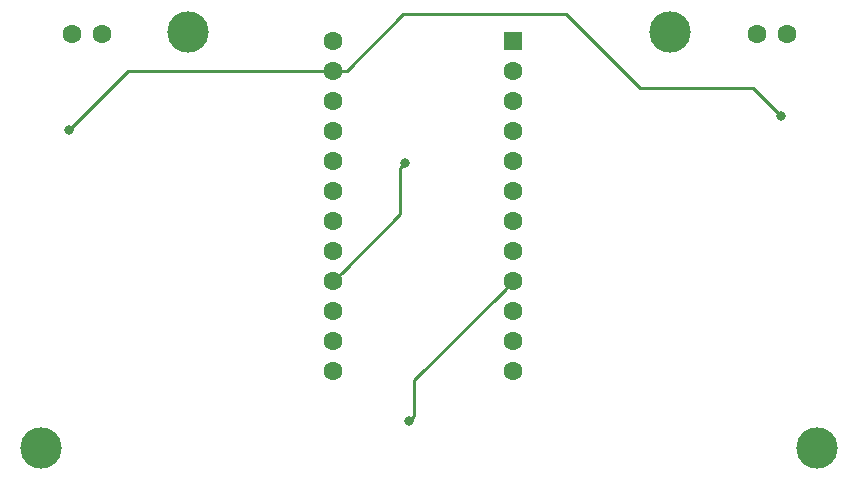
<source format=gbr>
G04 #@! TF.GenerationSoftware,KiCad,Pcbnew,5.0.2+dfsg1-1~bpo9+1*
G04 #@! TF.CreationDate,2018-12-22T15:32:15+00:00*
G04 #@! TF.ProjectId,arduino_controller,61726475-696e-46f5-9f63-6f6e74726f6c,rev?*
G04 #@! TF.SameCoordinates,Original*
G04 #@! TF.FileFunction,Copper,L2,Bot*
G04 #@! TF.FilePolarity,Positive*
%FSLAX46Y46*%
G04 Gerber Fmt 4.6, Leading zero omitted, Abs format (unit mm)*
G04 Created by KiCad (PCBNEW 5.0.2+dfsg1-1~bpo9+1) date Sat 22 Dec 2018 15:32:15 GMT*
%MOMM*%
%LPD*%
G01*
G04 APERTURE LIST*
G04 #@! TA.AperFunction,ComponentPad*
%ADD10R,1.600000X1.600000*%
G04 #@! TD*
G04 #@! TA.AperFunction,ComponentPad*
%ADD11C,1.600000*%
G04 #@! TD*
G04 #@! TA.AperFunction,ComponentPad*
%ADD12C,3.500000*%
G04 #@! TD*
G04 #@! TA.AperFunction,ViaPad*
%ADD13C,0.800000*%
G04 #@! TD*
G04 #@! TA.AperFunction,Conductor*
%ADD14C,0.250000*%
G04 #@! TD*
G04 APERTURE END LIST*
D10*
G04 #@! TO.P,U1,1*
G04 #@! TO.N,Net-(U1-Pad1)*
X57505500Y-152509500D03*
D11*
G04 #@! TO.P,U1,2*
G04 #@! TO.N,Net-(U1-Pad2)*
X57505500Y-155049500D03*
G04 #@! TO.P,U1,3*
G04 #@! TO.N,Net-(U1-Pad3)*
X57505500Y-157589500D03*
G04 #@! TO.P,U1,4*
G04 #@! TO.N,Net-(U1-Pad4)*
X57505500Y-160129500D03*
G04 #@! TO.P,U1,5*
G04 #@! TO.N,Net-(SW2-Pad1)*
X57505500Y-162669500D03*
G04 #@! TO.P,U1,6*
G04 #@! TO.N,Net-(SW9-Pad1)*
X57505500Y-165209500D03*
G04 #@! TO.P,U1,7*
G04 #@! TO.N,Net-(SW3-Pad1)*
X57505500Y-167749500D03*
G04 #@! TO.P,U1,8*
G04 #@! TO.N,Net-(SW1-Pad1)*
X57505500Y-170289500D03*
G04 #@! TO.P,U1,9*
G04 #@! TO.N,Net-(SW4-Pad1)*
X57505500Y-172829500D03*
G04 #@! TO.P,U1,10*
G04 #@! TO.N,Net-(SW5-Pad1)*
X57505500Y-175369500D03*
G04 #@! TO.P,U1,11*
G04 #@! TO.N,Net-(SW6-Pad1)*
X57505500Y-177909500D03*
G04 #@! TO.P,U1,12*
G04 #@! TO.N,Net-(SW7-Pad1)*
X57505500Y-180449500D03*
G04 #@! TO.P,U1,13*
G04 #@! TO.N,Net-(SW10-Pad1)*
X42265500Y-180449500D03*
G04 #@! TO.P,U1,14*
G04 #@! TO.N,Net-(SW8-Pad1)*
X42265500Y-177909500D03*
G04 #@! TO.P,U1,15*
G04 #@! TO.N,Net-(SW11-Pad1)*
X42265500Y-175369500D03*
G04 #@! TO.P,U1,16*
G04 #@! TO.N,Net-(SW12-Pad1)*
X42265500Y-172829500D03*
G04 #@! TO.P,U1,17*
G04 #@! TO.N,Net-(U1-Pad17)*
X42265500Y-170289500D03*
G04 #@! TO.P,U1,18*
G04 #@! TO.N,Net-(U1-Pad18)*
X42265500Y-167749500D03*
G04 #@! TO.P,U1,19*
G04 #@! TO.N,Net-(U1-Pad19)*
X42265500Y-165209500D03*
G04 #@! TO.P,U1,20*
G04 #@! TO.N,Net-(U1-Pad20)*
X42265500Y-162669500D03*
G04 #@! TO.P,U1,21*
G04 #@! TO.N,Net-(U1-Pad21)*
X42265500Y-160129500D03*
G04 #@! TO.P,U1,22*
G04 #@! TO.N,Net-(U1-Pad22)*
X42265500Y-157589500D03*
G04 #@! TO.P,U1,23*
G04 #@! TO.N,Net-(SW1-Pad2)*
X42265500Y-155049500D03*
G04 #@! TO.P,U1,24*
G04 #@! TO.N,Net-(U1-Pad24)*
X42265500Y-152509500D03*
G04 #@! TD*
D12*
G04 #@! TO.P,U2,1*
G04 #@! TO.N,Net-(U2-Pad1)*
X29972000Y-151701500D03*
G04 #@! TD*
G04 #@! TO.P,U3,1*
G04 #@! TO.N,Net-(U3-Pad1)*
X17526000Y-186944000D03*
G04 #@! TD*
G04 #@! TO.P,U4,1*
G04 #@! TO.N,Net-(U4-Pad1)*
X70802500Y-151701500D03*
G04 #@! TD*
G04 #@! TO.P,U5,1*
G04 #@! TO.N,Net-(U5-Pad1)*
X83248500Y-186944000D03*
G04 #@! TD*
D11*
G04 #@! TO.P,SW11,2*
G04 #@! TO.N,Net-(SW1-Pad2)*
X22669500Y-151892000D03*
G04 #@! TO.P,SW11,1*
G04 #@! TO.N,Net-(SW11-Pad1)*
X20129500Y-151892000D03*
G04 #@! TD*
G04 #@! TO.P,SW12,1*
G04 #@! TO.N,Net-(SW12-Pad1)*
X78105000Y-151892000D03*
G04 #@! TO.P,SW12,2*
G04 #@! TO.N,Net-(SW1-Pad2)*
X80645000Y-151892000D03*
G04 #@! TD*
D13*
G04 #@! TO.N,Net-(SW1-Pad2)*
X19875500Y-160020000D03*
X80137000Y-158813500D03*
G04 #@! TO.N,Net-(SW4-Pad1)*
X48704500Y-184658000D03*
G04 #@! TO.N,Net-(SW12-Pad1)*
X48323500Y-162814000D03*
G04 #@! TD*
D14*
G04 #@! TO.N,Net-(SW1-Pad2)*
X24846000Y-155049500D02*
X19875500Y-160020000D01*
X42265500Y-155049500D02*
X24846000Y-155049500D01*
X43396870Y-155049500D02*
X48205370Y-150241000D01*
X42265500Y-155049500D02*
X43396870Y-155049500D01*
X48205370Y-150241000D02*
X61976000Y-150241000D01*
X61976000Y-150241000D02*
X68199000Y-156464000D01*
X68199000Y-156464000D02*
X77787500Y-156464000D01*
X77787500Y-156464000D02*
X80137000Y-158813500D01*
G04 #@! TO.N,Net-(SW4-Pad1)*
X56705501Y-173629499D02*
X57505500Y-172829500D01*
X49104499Y-181230501D02*
X56705501Y-173629499D01*
X49104499Y-184258001D02*
X49104499Y-181230501D01*
X48704500Y-184658000D02*
X49104499Y-184258001D01*
G04 #@! TO.N,Net-(SW12-Pad1)*
X47923501Y-167171499D02*
X43065499Y-172029501D01*
X43065499Y-172029501D02*
X42265500Y-172829500D01*
X47923501Y-163213999D02*
X47923501Y-167171499D01*
X48323500Y-162814000D02*
X47923501Y-163213999D01*
G04 #@! TD*
M02*

</source>
